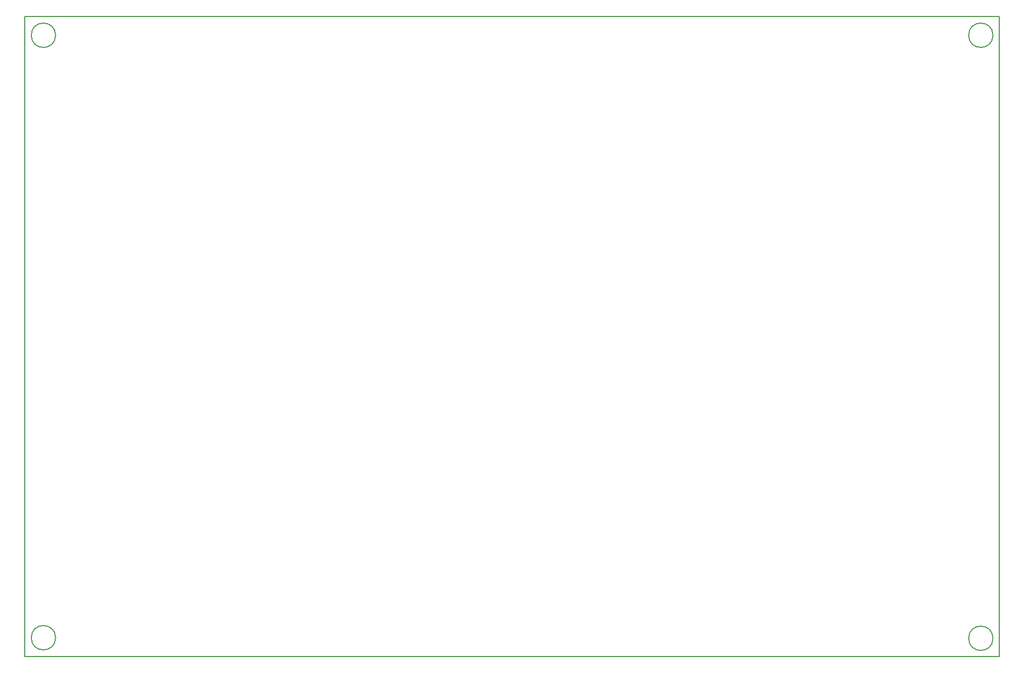
<source format=gm1>
G04 #@! TF.GenerationSoftware,KiCad,Pcbnew,(5.1.2)-2*
G04 #@! TF.CreationDate,2019-11-06T08:34:27+07:00*
G04 #@! TF.ProjectId,ph_door_fume_hood_controller_hw,70685f64-6f6f-4725-9f66-756d655f686f,VinhTho*
G04 #@! TF.SameCoordinates,Original*
G04 #@! TF.FileFunction,Profile,NP*
%FSLAX46Y46*%
G04 Gerber Fmt 4.6, Leading zero omitted, Abs format (unit mm)*
G04 Created by KiCad (PCBNEW (5.1.2)-2) date 2019-11-06 08:34:27*
%MOMM*%
%LPD*%
G04 APERTURE LIST*
%ADD10C,0.150000*%
G04 APERTURE END LIST*
D10*
X66008000Y-136906000D02*
G75*
G03X66008000Y-136906000I-2000000J0D01*
G01*
X219932000Y-137000000D02*
G75*
G03X219932000Y-137000000I-2000000J0D01*
G01*
X219932000Y-37846000D02*
G75*
G03X219932000Y-37846000I-2000000J0D01*
G01*
X66008000Y-37846000D02*
G75*
G03X66008000Y-37846000I-2000000J0D01*
G01*
X60960000Y-140000000D02*
X60960000Y-34789000D01*
X220980000Y-140000000D02*
X60960000Y-140000000D01*
X220980000Y-34780000D02*
X220980000Y-140000000D01*
X60960000Y-34780000D02*
X220980000Y-34780000D01*
M02*

</source>
